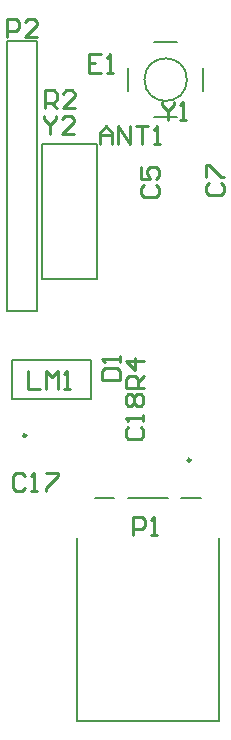
<source format=gto>
%FSAX42Y42*%
%MOMM*%
G71*
G01*
G75*
%ADD10R,0.87X0.87*%
%ADD11R,1.10X1.00*%
%ADD12R,1.00X1.10*%
%ADD13R,3.40X2.15*%
%ADD14R,1.05X2.15*%
%ADD15R,1.05X2.15*%
%ADD16R,0.50X2.10*%
%ADD17R,1.70X1.25*%
%ADD18R,1.25X1.70*%
%ADD19C,0.25*%
%ADD20C,2.50*%
%ADD21R,1.50X1.50*%
%ADD22C,1.50*%
%ADD23C,1.52*%
%ADD24C,1.20*%
%ADD25O,1.65X4.00*%
%ADD26C,1.40*%
%ADD27P,1.52X8X112.5*%
%ADD28C,3.00*%
%ADD29C,1.27*%
%ADD30O,0.40X2.10*%
%ADD31R,0.80X0.35*%
%ADD32O,0.80X0.28*%
%ADD33O,0.28X0.80*%
%ADD34R,7.65X7.65*%
%ADD35C,0.20*%
%ADD36C,0.25*%
D19*
X002799Y002973D02*
X002824Y002998D01*
X002799Y002973D02*
X002748D01*
X002723Y002998D01*
Y003099D01*
X002748Y003125D01*
X002799D01*
X002824Y003099D01*
X002875D02*
X002900Y003125D01*
Y002973D01*
X002926D01*
X002875D01*
X003002D02*
Y002998D01*
X003103Y003099D01*
Y003125D01*
X003002D01*
X003739Y002747D02*
X003815D01*
X003841Y002722D01*
Y002671D01*
X003815Y002646D01*
X003739D01*
Y002595D02*
Y002747D01*
X003917D02*
X003891Y002722D01*
X003917Y002747D02*
Y002595D01*
X003942D01*
X003891D01*
X003825Y003433D02*
Y003484D01*
X003800Y003509D01*
X003698D02*
X003673Y003484D01*
Y003433D01*
X003698Y003408D01*
X003800D01*
X003825Y003433D01*
Y003560D02*
Y003611D01*
Y003585D01*
X003673D01*
X003698Y003560D01*
Y003687D02*
X003673Y003712D01*
Y003763D01*
X003698Y003788D01*
X003723D01*
X003749Y003763D01*
X003774Y003788D01*
X003800D01*
X003825Y003763D01*
Y003712D01*
X003800Y003687D01*
X003774D01*
X003749Y003712D01*
X003723Y003687D01*
X003698D01*
X003749Y003712D02*
Y003763D01*
X003828Y003842D02*
X003675D01*
Y003919D01*
X003701Y003944D01*
X003751D01*
X003777Y003919D01*
Y003842D01*
Y003893D02*
X003828Y003944D01*
Y004071D02*
X003675D01*
X003751Y003995D01*
Y004096D01*
X003628Y004085D02*
X003475D01*
X003501Y004060D01*
Y004009D02*
X003475Y003984D01*
Y003908D01*
X003628D01*
Y003984D01*
X003602Y004009D01*
X003501D01*
X003628Y004060D02*
Y004111D01*
Y004085D01*
X003178Y003987D02*
X003152Y003962D01*
X003178Y003987D02*
Y003835D01*
X003203D01*
X003152D01*
X003101D02*
Y003987D01*
X003051Y003937D01*
X003000Y003987D01*
Y003835D01*
X002949D02*
X002848D01*
Y003987D01*
X004353Y005500D02*
X004378Y005475D01*
X004480D01*
X004505Y005500D01*
Y005551D01*
X004480Y005577D01*
X004378D02*
X004353Y005551D01*
Y005500D01*
Y005627D02*
Y005729D01*
X004378D01*
X004480Y005627D01*
X004505D01*
X004188Y006109D02*
X004163D01*
Y006261D01*
X004138Y006236D01*
X004087D02*
Y006261D01*
Y006236D02*
X004036Y006185D01*
Y006109D01*
Y006185D02*
X003985Y006236D01*
Y006261D01*
X003942Y006055D02*
X003917Y006029D01*
X003942Y006055D02*
Y005903D01*
X003968D01*
X003917D01*
X003815D02*
Y006055D01*
X003866D01*
X003765D01*
X003714D02*
Y005903D01*
X003612Y006055D01*
Y005903D01*
X003562D02*
Y005979D01*
X003460D01*
Y006004D02*
X003511Y006055D01*
X003562Y006004D01*
Y005903D01*
X003808Y005714D02*
Y005612D01*
X003884D01*
X003858Y005663D01*
Y005689D01*
X003884Y005714D01*
X003935D01*
X003960Y005689D01*
Y005638D01*
X003935Y005612D01*
Y005562D02*
X003960Y005536D01*
Y005485D01*
X003935Y005460D01*
X003833D01*
X003808Y005485D01*
Y005536D01*
X003833Y005562D01*
X003460Y005903D02*
Y006004D01*
X003236Y006116D02*
X003210Y006142D01*
X003160D01*
X003134Y006116D01*
X003084D02*
Y006142D01*
Y006116D02*
X003033Y006065D01*
Y005989D01*
Y006065D02*
X002982Y006116D01*
Y006142D01*
X002992Y006208D02*
Y006360D01*
X003069D01*
X003094Y006334D01*
Y006284D01*
X003069Y006258D01*
X002992D01*
X003043D02*
X003094Y006208D01*
X003145D02*
X003246Y006309D01*
Y006334D01*
X003221Y006360D01*
X003170D01*
X003145Y006334D01*
Y006208D02*
X003246D01*
X003236Y006116D02*
Y006091D01*
X003134Y005989D01*
X003236D01*
X003571Y006512D02*
X003545D01*
Y006665D01*
X003520Y006639D01*
X003469Y006665D02*
X003367D01*
Y006512D01*
X003469D01*
X003520D02*
X003571D01*
X003418Y006589D02*
X003367D01*
X002924Y006917D02*
Y006942D01*
X002899Y006967D01*
X002848D01*
X002822Y006942D01*
X002924Y006917D02*
X002822Y006815D01*
X002924D01*
X002772Y006891D02*
X002746Y006866D01*
X002670D01*
Y006967D02*
X002746D01*
X002772Y006942D01*
Y006891D01*
X002670Y006967D02*
Y006815D01*
X004138Y006109D02*
X004188D01*
D35*
X003261Y001020D02*
Y002573D01*
X003413Y002910D02*
X003578D01*
X003693D02*
X004029D01*
X004144D02*
X004308D01*
X004461Y002573D02*
Y001020D01*
X003261D01*
X003383Y003749D02*
Y004074D01*
X002713D01*
Y003749D01*
X003383D01*
X002921Y004496D02*
Y006782D01*
X002667D01*
Y004496D01*
X002921D01*
X002965Y004764D02*
X003435D01*
Y005904D01*
X002965D01*
Y004764D01*
X004113Y006137D02*
X003913D01*
X004193Y006452D02*
G03*
X004193Y006452I-000180J000000D01*
G01*
X004328Y006352D02*
Y006552D01*
X004113Y006767D02*
X003913D01*
X003698Y006552D02*
Y006352D01*
D36*
X002831Y003439D02*
G03*
X002831Y003439I-000012J000000D01*
G01*
X004223Y003230D02*
G03*
X004223Y003230I-000012J000000D01*
G01*
M02*

</source>
